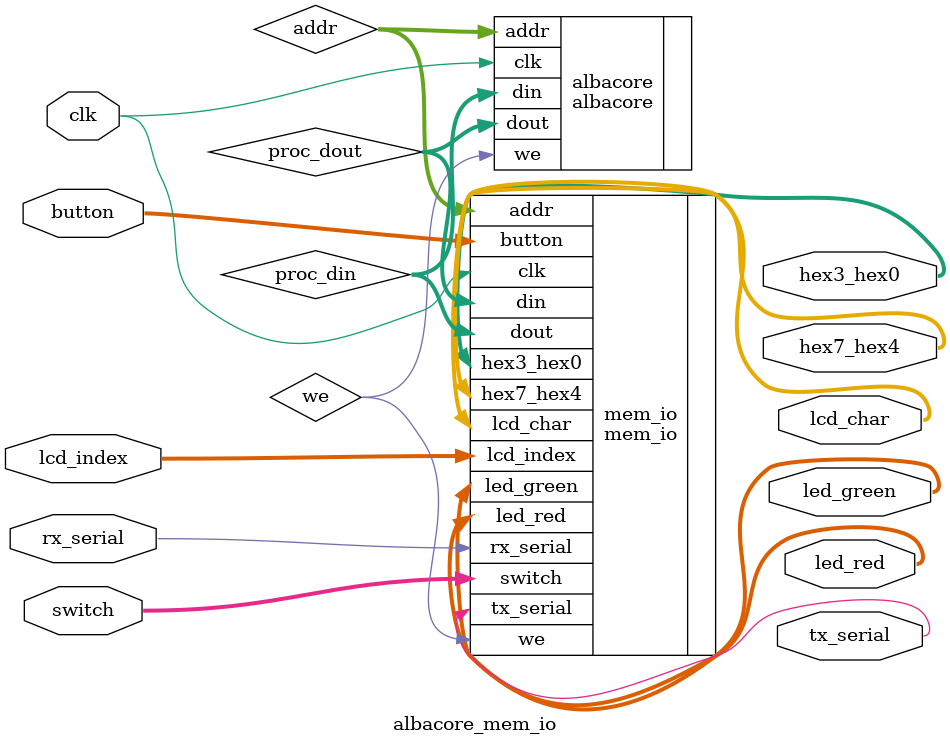
<source format=v>
module albacore_mem_io (
   input             clk,
   input      [15:0] switch,
   input      [3:0]  button,
   output     [15:0] led_red,
   output     [7:0]  led_green,
   output     [15:0] hex7_hex4,
   output     [15:0] hex3_hex0,
   input      [4:0]  lcd_index,
   output     [7:0]  lcd_char,
   input             rx_serial,
   output            tx_serial
   );
   
   wire [15:0] addr;
   wire [15:0] proc_din;
   wire [15:0] proc_dout;
   wire        we;
   
   albacore albacore (
      .clk  (clk      ),
      .din  (proc_din ),
      .addr (addr     ),
      .dout (proc_dout),
      .we   (we       )
   );
   
   mem_io mem_io (
      .clk        (clk      ),
      .addr       (addr     ),
      .din        (proc_dout),
      .dout       (proc_din ),
      .we         (we       ),
      .switch     (switch   ),
      .button     (button   ),
      .led_red    (led_red  ),
      .led_green  (led_green), 
      .hex7_hex4  (hex7_hex4),
      .hex3_hex0  (hex3_hex0),
      .lcd_index  (lcd_index),
      .lcd_char   (lcd_char ),
      .rx_serial  (rx_serial),
      .tx_serial  (tx_serial)
   );
   
endmodule

</source>
